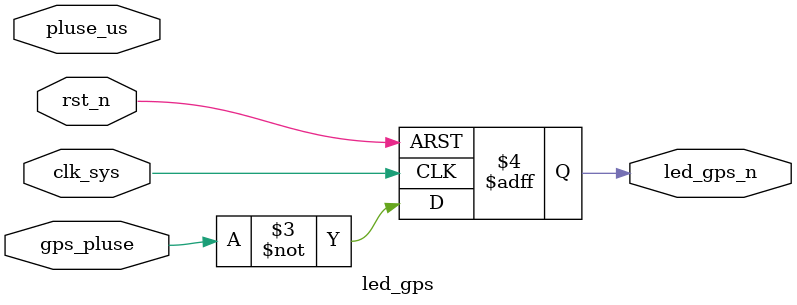
<source format=v>


module led_gps(
led_gps_n,
gps_pluse,
//clk rst
clk_sys,
pluse_us,
rst_n
);
output 	led_gps_n;
input		gps_pluse;
//clk rst
input clk_sys;
input pluse_us;
input rst_n;
//------------------------------------
//------------------------------------

/*
reg gps_pluse_reg;
always @ (posedge clk_sys)	gps_pluse_reg <= gps_pluse;
wire gps_pluse_rasing;
*/
reg led_gps_n;
always @ (posedge clk_sys or negedge rst_n)	begin
	if(~rst_n)
		led_gps_n <= 1'b1;
	else 
		led_gps_n <= ~gps_pluse;
end


endmodule


</source>
